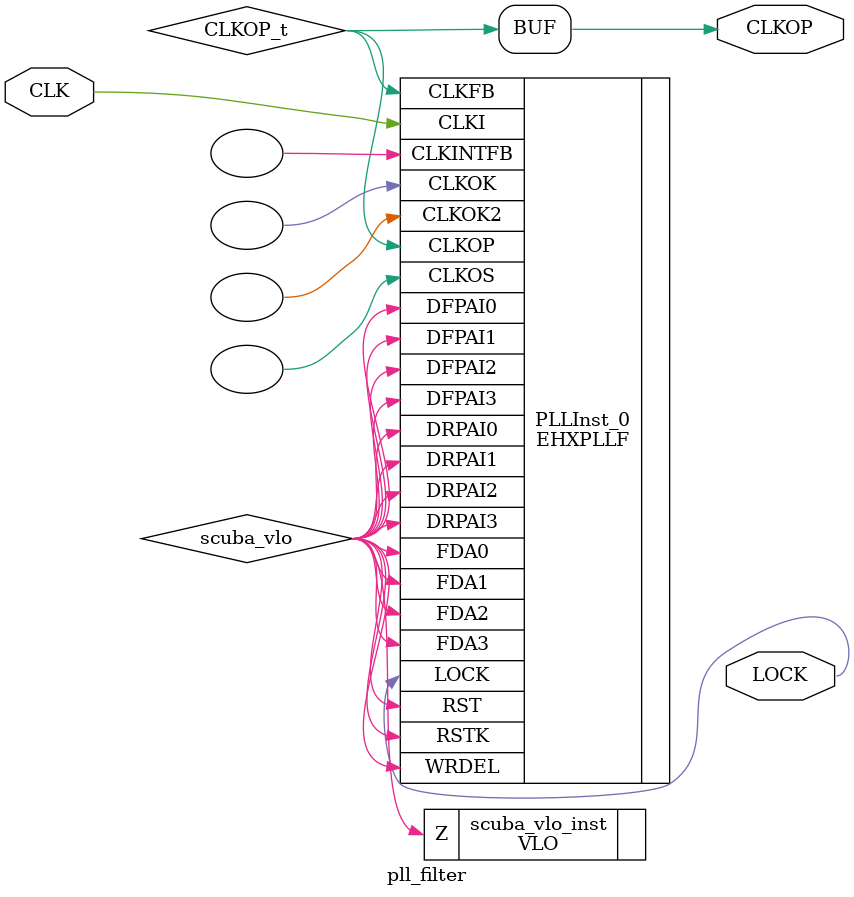
<source format=v>
/* Verilog netlist generated by SCUBA Diamond_1.4_Production (87) */
/* Module Version: 5.2 */
/* C:\lscc\diamond\1.4\ispfpga\bin\nt\scuba.exe -w -n pll_filter -lang verilog -synth synplify -arch ep5c00 -type pll -fin 100 -phase_cntl STATIC -fclkop 100 -fclkop_tol 0.0 -fb_mode CLOCKTREE -noclkos -noclkok -norst -noclkok2 -bw -e  */
/* Wed Jan 30 16:41:33 2013 */


`timescale 1 ns / 1 ps
module pll_filter (CLK, CLKOP, LOCK)/* synthesis syn_noprune=1 */;// exemplar attribute pll_filter dont_touch true 
    input wire CLK;
    output wire CLKOP;
    output wire LOCK;

    wire CLKOP_t;
    wire scuba_vlo;

    VLO scuba_vlo_inst (.Z(scuba_vlo));

    defparam PLLInst_0.FEEDBK_PATH = "CLKOP" ;
    defparam PLLInst_0.CLKOK_BYPASS = "DISABLED" ;
    defparam PLLInst_0.CLKOS_BYPASS = "DISABLED" ;
    defparam PLLInst_0.CLKOP_BYPASS = "DISABLED" ;
    defparam PLLInst_0.CLKOK_INPUT = "CLKOP" ;
    defparam PLLInst_0.DELAY_PWD = "DISABLED" ;
    defparam PLLInst_0.DELAY_VAL = 0 ;
    defparam PLLInst_0.CLKOS_TRIM_DELAY = 0 ;
    defparam PLLInst_0.CLKOS_TRIM_POL = "RISING" ;
    defparam PLLInst_0.CLKOP_TRIM_DELAY = 0 ;
    defparam PLLInst_0.CLKOP_TRIM_POL = "RISING" ;
    defparam PLLInst_0.PHASE_DELAY_CNTL = "STATIC" ;
    defparam PLLInst_0.DUTY = 8 ;
    defparam PLLInst_0.PHASEADJ = "0.0" ;
    defparam PLLInst_0.CLKOK_DIV = 2 ;
    defparam PLLInst_0.CLKOP_DIV = 8 ;
    defparam PLLInst_0.CLKFB_DIV = 1 ;
    defparam PLLInst_0.CLKI_DIV = 1 ;
    defparam PLLInst_0.FIN = "100.000000" ;
    EHXPLLF PLLInst_0 (.CLKI(CLK), .CLKFB(CLKOP_t), .RST(scuba_vlo), .RSTK(scuba_vlo), 
        .WRDEL(scuba_vlo), .DRPAI3(scuba_vlo), .DRPAI2(scuba_vlo), .DRPAI1(scuba_vlo), 
        .DRPAI0(scuba_vlo), .DFPAI3(scuba_vlo), .DFPAI2(scuba_vlo), .DFPAI1(scuba_vlo), 
        .DFPAI0(scuba_vlo), .FDA3(scuba_vlo), .FDA2(scuba_vlo), .FDA1(scuba_vlo), 
        .FDA0(scuba_vlo), .CLKOP(CLKOP_t), .CLKOS(), .CLKOK(), .CLKOK2(), 
        .LOCK(LOCK), .CLKINTFB())
             /* synthesis FREQUENCY_PIN_CLKOP="100.000000" */
             /* synthesis FREQUENCY_PIN_CLKI="100.000000" */
             /* synthesis FREQUENCY_PIN_CLKOK="50.000000" */;

    assign CLKOP = CLKOP_t;


    // exemplar begin
    // exemplar attribute PLLInst_0 FREQUENCY_PIN_CLKOP 100.000000
    // exemplar attribute PLLInst_0 FREQUENCY_PIN_CLKI 100.000000
    // exemplar attribute PLLInst_0 FREQUENCY_PIN_CLKOK 50.000000
    // exemplar end

endmodule

</source>
